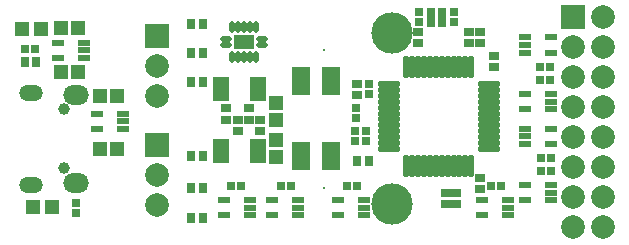
<source format=gbs>
%FSLAX44Y44*%
%MOMM*%
G71*
G01*
G75*
G04 Layer_Color=16711935*
%ADD10R,0.7620X0.7620*%
%ADD11R,0.5000X0.2000*%
%ADD12R,0.7620X0.7620*%
%ADD13R,0.3000X0.3000*%
%ADD14R,1.3000X0.4500*%
%ADD15R,2.7940X0.7366*%
%ADD16R,0.6200X0.5700*%
%ADD17C,0.1500*%
%ADD18C,0.2540*%
%ADD19C,0.1524*%
%ADD20C,0.2000*%
%ADD21O,2.0000X1.4500*%
%ADD22O,1.8000X1.1500*%
%ADD23C,0.8000*%
%ADD24C,1.8000*%
%ADD25R,1.8000X1.8000*%
%ADD26C,1.8000*%
%ADD27R,1.8000X1.8000*%
%ADD28C,0.6100*%
%ADD29C,0.6000*%
%ADD30R,0.6000X0.5500*%
%ADD31R,0.9500X0.9500*%
%ADD32R,0.5500X0.6000*%
%ADD33R,0.9500X0.9500*%
%ADD34R,0.8500X0.3500*%
%ADD35R,1.5000X1.0000*%
%ADD36O,0.8000X0.3000*%
%ADD37O,0.3000X0.8000*%
%ADD38R,1.2500X0.3000*%
%ADD39O,0.3500X1.7500*%
%ADD40O,1.7500X0.3500*%
%ADD41R,0.9700X0.9600*%
%ADD42R,0.5700X0.6200*%
%ADD43R,1.4000X2.2000*%
%ADD44C,0.2032*%
%ADD45C,3.3000*%
%ADD46C,0.4000*%
%ADD47C,0.2286*%
%ADD48C,0.1778*%
%ADD49R,0.9652X0.9652*%
%ADD50R,0.7032X0.4032*%
%ADD51R,0.9652X0.9652*%
%ADD52R,0.5032X0.5032*%
%ADD53R,1.5032X0.6532*%
%ADD54R,2.8956X0.8382*%
%ADD55R,0.8232X0.7732*%
%ADD56C,0.2032*%
%ADD57O,2.2032X1.6532*%
%ADD58O,2.0032X1.3532*%
%ADD59C,1.0032*%
%ADD60C,2.0032*%
%ADD61R,2.0032X2.0032*%
%ADD62C,2.0032*%
%ADD63R,2.0032X2.0032*%
%ADD64C,0.0100*%
%ADD65R,0.8032X0.7532*%
%ADD66R,1.1532X1.1532*%
%ADD67R,0.7532X0.8032*%
%ADD68R,1.1532X1.1532*%
%ADD69R,1.0532X0.5532*%
%ADD70R,1.7032X1.2032*%
%ADD71O,1.0032X0.5032*%
%ADD72O,0.5032X1.0032*%
%ADD73R,1.4532X0.5032*%
%ADD74O,0.5532X1.9532*%
%ADD75O,1.9532X0.5532*%
%ADD76R,1.1732X1.1632*%
%ADD77R,0.7732X0.8232*%
%ADD78R,1.6032X2.4032*%
%ADD79C,3.5032*%
D55*
X1675250Y1261050D02*
D03*
Y1251450D02*
D03*
X1684750Y1261050D02*
D03*
Y1251450D02*
D03*
X1632250D02*
D03*
Y1261050D02*
D03*
X1664480Y1115500D02*
D03*
Y1125100D02*
D03*
X1655730Y1115500D02*
D03*
Y1125100D02*
D03*
X1498250Y1177200D02*
D03*
Y1186800D02*
D03*
X1479417Y1177200D02*
D03*
Y1186800D02*
D03*
X1470000Y1196550D02*
D03*
Y1186950D02*
D03*
X1488833Y1196550D02*
D03*
Y1186950D02*
D03*
X1580250Y1207450D02*
D03*
Y1217050D02*
D03*
X1696500Y1231200D02*
D03*
Y1240800D02*
D03*
X1684750Y1127950D02*
D03*
Y1137550D02*
D03*
D56*
X1552500Y1246170D02*
D03*
Y1128825D02*
D03*
D57*
X1342900Y1207890D02*
D03*
Y1133390D02*
D03*
D58*
X1304900Y1209390D02*
D03*
Y1131890D02*
D03*
D59*
X1332400Y1195640D02*
D03*
Y1145640D02*
D03*
D60*
X1411054Y1207202D02*
D03*
Y1232602D02*
D03*
Y1114200D02*
D03*
Y1139600D02*
D03*
D61*
Y1258002D02*
D03*
Y1165000D02*
D03*
D62*
X1788650Y1095700D02*
D03*
X1763250D02*
D03*
X1788650Y1121100D02*
D03*
X1763250D02*
D03*
X1788650Y1146500D02*
D03*
X1763250D02*
D03*
X1788650Y1171900D02*
D03*
X1763250D02*
D03*
X1788650Y1197300D02*
D03*
X1763250D02*
D03*
X1788650Y1222700D02*
D03*
X1763250D02*
D03*
X1788650Y1248100D02*
D03*
X1763250D02*
D03*
X1788650Y1273500D02*
D03*
D63*
X1763250D02*
D03*
D64*
X1669500Y1277750D02*
D03*
X1725500Y1228750D02*
D03*
X1730500Y1256750D02*
D03*
X1626500Y1277750D02*
D03*
X1656414Y1256250D02*
D03*
X1664038D02*
D03*
X1652250Y1104000D02*
D03*
X1725500Y1158500D02*
D03*
X1725364Y1151130D02*
D03*
X1752500Y1136750D02*
D03*
X1706083Y1222560D02*
D03*
D65*
X1662250Y1269250D02*
D03*
Y1277750D02*
D03*
X1590500Y1216750D02*
D03*
Y1208250D02*
D03*
X1579250Y1177250D02*
D03*
Y1168750D02*
D03*
X1580000Y1188250D02*
D03*
Y1196750D02*
D03*
X1588500Y1177250D02*
D03*
Y1168750D02*
D03*
X1632750Y1269250D02*
D03*
Y1277750D02*
D03*
X1342500Y1107500D02*
D03*
Y1116000D02*
D03*
D66*
X1363080Y1162090D02*
D03*
X1377580D02*
D03*
X1363080Y1206500D02*
D03*
X1377580D02*
D03*
X1344500Y1227000D02*
D03*
X1330000D02*
D03*
Y1264500D02*
D03*
X1344500D02*
D03*
D67*
X1736330Y1154580D02*
D03*
X1744830D02*
D03*
X1702240Y1130300D02*
D03*
X1693740D02*
D03*
X1524440D02*
D03*
X1515940D02*
D03*
X1580320D02*
D03*
X1571820D02*
D03*
X1482530D02*
D03*
X1474030D02*
D03*
X1299750Y1246750D02*
D03*
X1308250D02*
D03*
X1736330Y1143430D02*
D03*
X1744830D02*
D03*
X1744330Y1220630D02*
D03*
X1735830D02*
D03*
Y1231780D02*
D03*
X1744330D02*
D03*
D68*
X1511750Y1201000D02*
D03*
Y1186500D02*
D03*
Y1155250D02*
D03*
Y1169750D02*
D03*
D69*
X1360500Y1192000D02*
D03*
Y1179000D02*
D03*
X1382500D02*
D03*
Y1185500D02*
D03*
Y1192000D02*
D03*
X1686150Y1118730D02*
D03*
Y1105730D02*
D03*
X1708150D02*
D03*
Y1112230D02*
D03*
Y1118730D02*
D03*
X1467710Y1118870D02*
D03*
Y1105870D02*
D03*
X1489710D02*
D03*
Y1112370D02*
D03*
Y1118870D02*
D03*
X1564230Y1118730D02*
D03*
Y1105730D02*
D03*
X1586230D02*
D03*
Y1112230D02*
D03*
Y1118730D02*
D03*
X1327250Y1252000D02*
D03*
Y1239000D02*
D03*
X1349250D02*
D03*
Y1245500D02*
D03*
Y1252000D02*
D03*
X1723080Y1208713D02*
D03*
Y1195713D02*
D03*
X1745080D02*
D03*
Y1202213D02*
D03*
Y1208713D02*
D03*
X1723080Y1131430D02*
D03*
Y1118430D02*
D03*
X1745080D02*
D03*
Y1124930D02*
D03*
Y1131430D02*
D03*
X1744580Y1243530D02*
D03*
Y1256530D02*
D03*
X1722580D02*
D03*
Y1250030D02*
D03*
Y1243530D02*
D03*
X1744580Y1166247D02*
D03*
Y1179247D02*
D03*
X1722580D02*
D03*
Y1172747D02*
D03*
Y1166247D02*
D03*
X1508350Y1118870D02*
D03*
Y1105870D02*
D03*
X1530350D02*
D03*
Y1112370D02*
D03*
Y1118870D02*
D03*
D70*
X1485000Y1252500D02*
D03*
D71*
X1500000Y1250000D02*
D03*
Y1255000D02*
D03*
X1470000D02*
D03*
Y1250000D02*
D03*
D72*
X1495000Y1265000D02*
D03*
X1490000D02*
D03*
X1485000D02*
D03*
X1480000D02*
D03*
X1475000D02*
D03*
Y1240000D02*
D03*
X1480000D02*
D03*
X1485000D02*
D03*
X1490000D02*
D03*
X1495000D02*
D03*
D73*
X1465210Y1152750D02*
D03*
Y1157750D02*
D03*
Y1162750D02*
D03*
Y1167750D02*
D03*
X1496790Y1152750D02*
D03*
Y1157750D02*
D03*
Y1162750D02*
D03*
Y1167750D02*
D03*
X1465210Y1205250D02*
D03*
Y1210250D02*
D03*
Y1215250D02*
D03*
Y1220250D02*
D03*
X1496790Y1205250D02*
D03*
Y1210250D02*
D03*
Y1215250D02*
D03*
Y1220250D02*
D03*
D74*
X1652250Y1231750D02*
D03*
X1657250D02*
D03*
X1622250D02*
D03*
X1627250D02*
D03*
X1632250D02*
D03*
X1637250D02*
D03*
X1642250D02*
D03*
X1647250D02*
D03*
X1662250D02*
D03*
X1667250D02*
D03*
X1672250D02*
D03*
X1677250D02*
D03*
Y1147250D02*
D03*
X1672250D02*
D03*
X1667250D02*
D03*
X1662250D02*
D03*
X1657250D02*
D03*
X1652250D02*
D03*
X1647250D02*
D03*
X1642250D02*
D03*
X1637250D02*
D03*
X1632250D02*
D03*
X1627250D02*
D03*
X1622250D02*
D03*
D75*
X1692000Y1217000D02*
D03*
Y1212000D02*
D03*
Y1207000D02*
D03*
Y1202000D02*
D03*
Y1197000D02*
D03*
Y1192000D02*
D03*
Y1187000D02*
D03*
Y1182000D02*
D03*
Y1177000D02*
D03*
Y1172000D02*
D03*
Y1167000D02*
D03*
Y1162000D02*
D03*
X1607500D02*
D03*
Y1167000D02*
D03*
Y1172000D02*
D03*
Y1177000D02*
D03*
Y1182000D02*
D03*
Y1187000D02*
D03*
Y1192000D02*
D03*
Y1197000D02*
D03*
Y1202000D02*
D03*
Y1207000D02*
D03*
Y1212000D02*
D03*
Y1217000D02*
D03*
D76*
X1313150Y1263500D02*
D03*
X1296850D02*
D03*
X1305850Y1112750D02*
D03*
X1322150D02*
D03*
D77*
X1440200Y1268250D02*
D03*
X1449800D02*
D03*
X1440200Y1128750D02*
D03*
X1449800D02*
D03*
X1580700Y1151750D02*
D03*
X1590300D02*
D03*
X1309090Y1235710D02*
D03*
X1299490D02*
D03*
X1440200Y1218500D02*
D03*
X1449800D02*
D03*
X1440200Y1243500D02*
D03*
X1449800D02*
D03*
X1440200Y1155750D02*
D03*
X1449800D02*
D03*
X1440200Y1103500D02*
D03*
X1449800D02*
D03*
X1642950Y1277500D02*
D03*
X1652550D02*
D03*
Y1269250D02*
D03*
X1642950D02*
D03*
D78*
X1533250Y1219250D02*
D03*
Y1156250D02*
D03*
X1558250Y1219250D02*
D03*
Y1156250D02*
D03*
D79*
X1610000Y1115500D02*
D03*
Y1260000D02*
D03*
M02*

</source>
